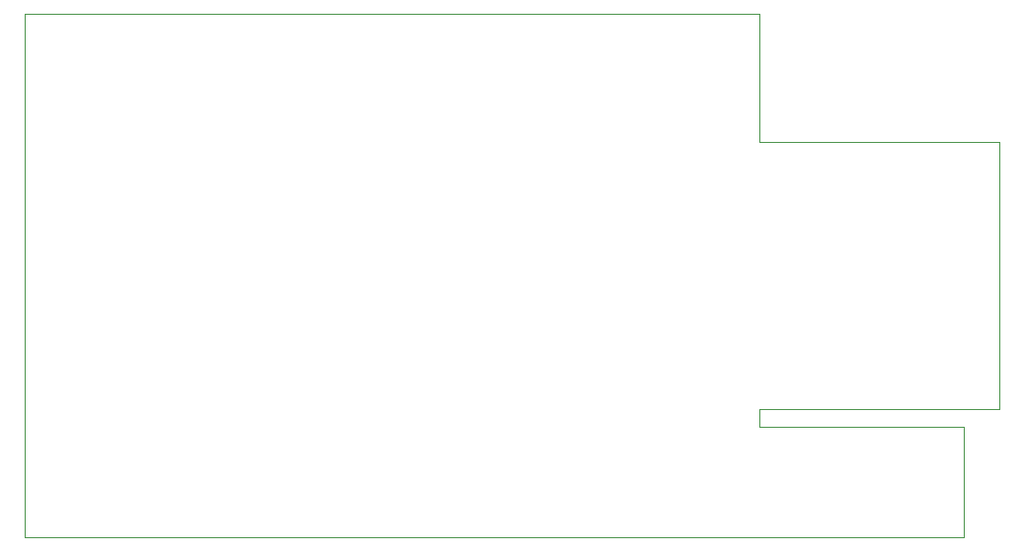
<source format=gm1>
G04 #@! TF.GenerationSoftware,KiCad,Pcbnew,(5.1.9-0-10_14)*
G04 #@! TF.CreationDate,2021-10-29T22:09:25-04:00*
G04 #@! TF.ProjectId,Arducon,41726475-636f-46e2-9e6b-696361645f70,rev?*
G04 #@! TF.SameCoordinates,Original*
G04 #@! TF.FileFunction,Profile,NP*
%FSLAX46Y46*%
G04 Gerber Fmt 4.6, Leading zero omitted, Abs format (unit mm)*
G04 Created by KiCad (PCBNEW (5.1.9-0-10_14)) date 2021-10-29 22:09:25*
%MOMM*%
%LPD*%
G01*
G04 APERTURE LIST*
G04 #@! TA.AperFunction,Profile*
%ADD10C,0.100000*%
G04 #@! TD*
G04 APERTURE END LIST*
D10*
X169500000Y-121500000D02*
X152000000Y-121500000D01*
X169500000Y-131000000D02*
X169500000Y-121500000D01*
X172500000Y-97000000D02*
X172500000Y-120000000D01*
X152000000Y-120000000D02*
X172500000Y-120000000D01*
X152000000Y-97000000D02*
X172500000Y-97000000D01*
X152000000Y-97000000D02*
X152000000Y-86000000D01*
X152000000Y-121500000D02*
X152000000Y-120000000D01*
X152000000Y-86000000D02*
X89000000Y-86000000D01*
X89000000Y-131000000D02*
X169500000Y-131000000D01*
X89000000Y-86000000D02*
X89000000Y-131000000D01*
M02*

</source>
